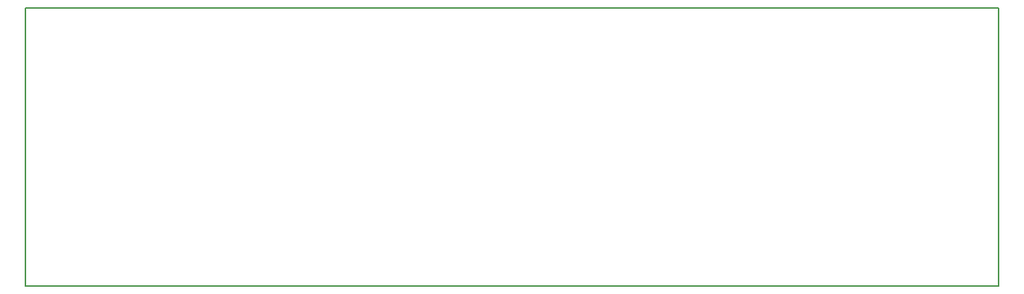
<source format=gbr>
%FSTAX42Y42*%
%MOMM*%
%SFA1B1*%

%IPPOS*%
%ADD48C,0.200000*%
%LNpcb_monitoring_top_front-1*%
%LPD*%
G54D48*
X-010849Y-002499D02*
X000499D01*
X-010849D02*
Y000749D01*
X000499Y-002499D02*
Y000749D01*
X-010849D02*
X000499D01*
M02*
</source>
